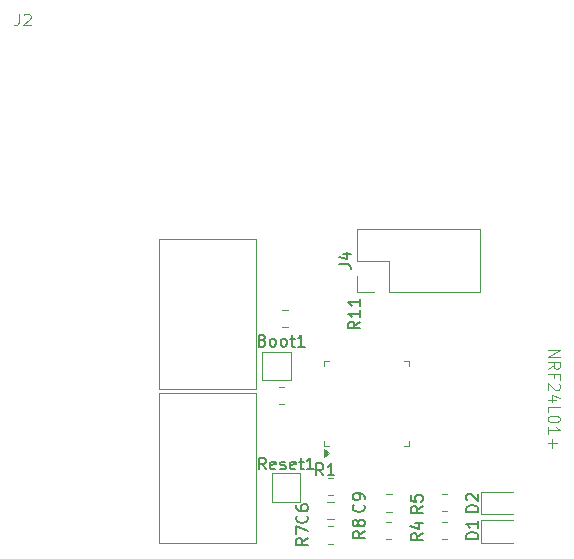
<source format=gbr>
%TF.GenerationSoftware,KiCad,Pcbnew,9.0.1*%
%TF.CreationDate,2025-08-08T13:48:55+02:00*%
%TF.ProjectId,ventilation,76656e74-696c-4617-9469-6f6e2e6b6963,rev?*%
%TF.SameCoordinates,Original*%
%TF.FileFunction,Legend,Top*%
%TF.FilePolarity,Positive*%
%FSLAX46Y46*%
G04 Gerber Fmt 4.6, Leading zero omitted, Abs format (unit mm)*
G04 Created by KiCad (PCBNEW 9.0.1) date 2025-08-08 13:48:55*
%MOMM*%
%LPD*%
G01*
G04 APERTURE LIST*
%ADD10C,0.150000*%
%ADD11C,0.100000*%
%ADD12C,0.120000*%
G04 APERTURE END LIST*
D10*
X166885713Y-94856819D02*
X166552380Y-94380628D01*
X166314285Y-94856819D02*
X166314285Y-93856819D01*
X166314285Y-93856819D02*
X166695237Y-93856819D01*
X166695237Y-93856819D02*
X166790475Y-93904438D01*
X166790475Y-93904438D02*
X166838094Y-93952057D01*
X166838094Y-93952057D02*
X166885713Y-94047295D01*
X166885713Y-94047295D02*
X166885713Y-94190152D01*
X166885713Y-94190152D02*
X166838094Y-94285390D01*
X166838094Y-94285390D02*
X166790475Y-94333009D01*
X166790475Y-94333009D02*
X166695237Y-94380628D01*
X166695237Y-94380628D02*
X166314285Y-94380628D01*
X167695237Y-94809200D02*
X167599999Y-94856819D01*
X167599999Y-94856819D02*
X167409523Y-94856819D01*
X167409523Y-94856819D02*
X167314285Y-94809200D01*
X167314285Y-94809200D02*
X167266666Y-94713961D01*
X167266666Y-94713961D02*
X167266666Y-94333009D01*
X167266666Y-94333009D02*
X167314285Y-94237771D01*
X167314285Y-94237771D02*
X167409523Y-94190152D01*
X167409523Y-94190152D02*
X167599999Y-94190152D01*
X167599999Y-94190152D02*
X167695237Y-94237771D01*
X167695237Y-94237771D02*
X167742856Y-94333009D01*
X167742856Y-94333009D02*
X167742856Y-94428247D01*
X167742856Y-94428247D02*
X167266666Y-94523485D01*
X168123809Y-94809200D02*
X168219047Y-94856819D01*
X168219047Y-94856819D02*
X168409523Y-94856819D01*
X168409523Y-94856819D02*
X168504761Y-94809200D01*
X168504761Y-94809200D02*
X168552380Y-94713961D01*
X168552380Y-94713961D02*
X168552380Y-94666342D01*
X168552380Y-94666342D02*
X168504761Y-94571104D01*
X168504761Y-94571104D02*
X168409523Y-94523485D01*
X168409523Y-94523485D02*
X168266666Y-94523485D01*
X168266666Y-94523485D02*
X168171428Y-94475866D01*
X168171428Y-94475866D02*
X168123809Y-94380628D01*
X168123809Y-94380628D02*
X168123809Y-94333009D01*
X168123809Y-94333009D02*
X168171428Y-94237771D01*
X168171428Y-94237771D02*
X168266666Y-94190152D01*
X168266666Y-94190152D02*
X168409523Y-94190152D01*
X168409523Y-94190152D02*
X168504761Y-94237771D01*
X169361904Y-94809200D02*
X169266666Y-94856819D01*
X169266666Y-94856819D02*
X169076190Y-94856819D01*
X169076190Y-94856819D02*
X168980952Y-94809200D01*
X168980952Y-94809200D02*
X168933333Y-94713961D01*
X168933333Y-94713961D02*
X168933333Y-94333009D01*
X168933333Y-94333009D02*
X168980952Y-94237771D01*
X168980952Y-94237771D02*
X169076190Y-94190152D01*
X169076190Y-94190152D02*
X169266666Y-94190152D01*
X169266666Y-94190152D02*
X169361904Y-94237771D01*
X169361904Y-94237771D02*
X169409523Y-94333009D01*
X169409523Y-94333009D02*
X169409523Y-94428247D01*
X169409523Y-94428247D02*
X168933333Y-94523485D01*
X169695238Y-94190152D02*
X170076190Y-94190152D01*
X169838095Y-93856819D02*
X169838095Y-94713961D01*
X169838095Y-94713961D02*
X169885714Y-94809200D01*
X169885714Y-94809200D02*
X169980952Y-94856819D01*
X169980952Y-94856819D02*
X170076190Y-94856819D01*
X170933333Y-94856819D02*
X170361905Y-94856819D01*
X170647619Y-94856819D02*
X170647619Y-93856819D01*
X170647619Y-93856819D02*
X170552381Y-93999676D01*
X170552381Y-93999676D02*
X170457143Y-94094914D01*
X170457143Y-94094914D02*
X170361905Y-94142533D01*
X173094819Y-77503333D02*
X173809104Y-77503333D01*
X173809104Y-77503333D02*
X173951961Y-77550952D01*
X173951961Y-77550952D02*
X174047200Y-77646190D01*
X174047200Y-77646190D02*
X174094819Y-77789047D01*
X174094819Y-77789047D02*
X174094819Y-77884285D01*
X173428152Y-76598571D02*
X174094819Y-76598571D01*
X173047200Y-76836666D02*
X173761485Y-77074761D01*
X173761485Y-77074761D02*
X173761485Y-76455714D01*
X166604761Y-83931009D02*
X166747618Y-83978628D01*
X166747618Y-83978628D02*
X166795237Y-84026247D01*
X166795237Y-84026247D02*
X166842856Y-84121485D01*
X166842856Y-84121485D02*
X166842856Y-84264342D01*
X166842856Y-84264342D02*
X166795237Y-84359580D01*
X166795237Y-84359580D02*
X166747618Y-84407200D01*
X166747618Y-84407200D02*
X166652380Y-84454819D01*
X166652380Y-84454819D02*
X166271428Y-84454819D01*
X166271428Y-84454819D02*
X166271428Y-83454819D01*
X166271428Y-83454819D02*
X166604761Y-83454819D01*
X166604761Y-83454819D02*
X166699999Y-83502438D01*
X166699999Y-83502438D02*
X166747618Y-83550057D01*
X166747618Y-83550057D02*
X166795237Y-83645295D01*
X166795237Y-83645295D02*
X166795237Y-83740533D01*
X166795237Y-83740533D02*
X166747618Y-83835771D01*
X166747618Y-83835771D02*
X166699999Y-83883390D01*
X166699999Y-83883390D02*
X166604761Y-83931009D01*
X166604761Y-83931009D02*
X166271428Y-83931009D01*
X167414285Y-84454819D02*
X167319047Y-84407200D01*
X167319047Y-84407200D02*
X167271428Y-84359580D01*
X167271428Y-84359580D02*
X167223809Y-84264342D01*
X167223809Y-84264342D02*
X167223809Y-83978628D01*
X167223809Y-83978628D02*
X167271428Y-83883390D01*
X167271428Y-83883390D02*
X167319047Y-83835771D01*
X167319047Y-83835771D02*
X167414285Y-83788152D01*
X167414285Y-83788152D02*
X167557142Y-83788152D01*
X167557142Y-83788152D02*
X167652380Y-83835771D01*
X167652380Y-83835771D02*
X167699999Y-83883390D01*
X167699999Y-83883390D02*
X167747618Y-83978628D01*
X167747618Y-83978628D02*
X167747618Y-84264342D01*
X167747618Y-84264342D02*
X167699999Y-84359580D01*
X167699999Y-84359580D02*
X167652380Y-84407200D01*
X167652380Y-84407200D02*
X167557142Y-84454819D01*
X167557142Y-84454819D02*
X167414285Y-84454819D01*
X168319047Y-84454819D02*
X168223809Y-84407200D01*
X168223809Y-84407200D02*
X168176190Y-84359580D01*
X168176190Y-84359580D02*
X168128571Y-84264342D01*
X168128571Y-84264342D02*
X168128571Y-83978628D01*
X168128571Y-83978628D02*
X168176190Y-83883390D01*
X168176190Y-83883390D02*
X168223809Y-83835771D01*
X168223809Y-83835771D02*
X168319047Y-83788152D01*
X168319047Y-83788152D02*
X168461904Y-83788152D01*
X168461904Y-83788152D02*
X168557142Y-83835771D01*
X168557142Y-83835771D02*
X168604761Y-83883390D01*
X168604761Y-83883390D02*
X168652380Y-83978628D01*
X168652380Y-83978628D02*
X168652380Y-84264342D01*
X168652380Y-84264342D02*
X168604761Y-84359580D01*
X168604761Y-84359580D02*
X168557142Y-84407200D01*
X168557142Y-84407200D02*
X168461904Y-84454819D01*
X168461904Y-84454819D02*
X168319047Y-84454819D01*
X168938095Y-83788152D02*
X169319047Y-83788152D01*
X169080952Y-83454819D02*
X169080952Y-84311961D01*
X169080952Y-84311961D02*
X169128571Y-84407200D01*
X169128571Y-84407200D02*
X169223809Y-84454819D01*
X169223809Y-84454819D02*
X169319047Y-84454819D01*
X170176190Y-84454819D02*
X169604762Y-84454819D01*
X169890476Y-84454819D02*
X169890476Y-83454819D01*
X169890476Y-83454819D02*
X169795238Y-83597676D01*
X169795238Y-83597676D02*
X169700000Y-83692914D01*
X169700000Y-83692914D02*
X169604762Y-83740533D01*
X180154819Y-97966666D02*
X179678628Y-98299999D01*
X180154819Y-98538094D02*
X179154819Y-98538094D01*
X179154819Y-98538094D02*
X179154819Y-98157142D01*
X179154819Y-98157142D02*
X179202438Y-98061904D01*
X179202438Y-98061904D02*
X179250057Y-98014285D01*
X179250057Y-98014285D02*
X179345295Y-97966666D01*
X179345295Y-97966666D02*
X179488152Y-97966666D01*
X179488152Y-97966666D02*
X179583390Y-98014285D01*
X179583390Y-98014285D02*
X179631009Y-98061904D01*
X179631009Y-98061904D02*
X179678628Y-98157142D01*
X179678628Y-98157142D02*
X179678628Y-98538094D01*
X179154819Y-97061904D02*
X179154819Y-97538094D01*
X179154819Y-97538094D02*
X179631009Y-97585713D01*
X179631009Y-97585713D02*
X179583390Y-97538094D01*
X179583390Y-97538094D02*
X179535771Y-97442856D01*
X179535771Y-97442856D02*
X179535771Y-97204761D01*
X179535771Y-97204761D02*
X179583390Y-97109523D01*
X179583390Y-97109523D02*
X179631009Y-97061904D01*
X179631009Y-97061904D02*
X179726247Y-97014285D01*
X179726247Y-97014285D02*
X179964342Y-97014285D01*
X179964342Y-97014285D02*
X180059580Y-97061904D01*
X180059580Y-97061904D02*
X180107200Y-97109523D01*
X180107200Y-97109523D02*
X180154819Y-97204761D01*
X180154819Y-97204761D02*
X180154819Y-97442856D01*
X180154819Y-97442856D02*
X180107200Y-97538094D01*
X180107200Y-97538094D02*
X180059580Y-97585713D01*
X184854819Y-98438094D02*
X183854819Y-98438094D01*
X183854819Y-98438094D02*
X183854819Y-98199999D01*
X183854819Y-98199999D02*
X183902438Y-98057142D01*
X183902438Y-98057142D02*
X183997676Y-97961904D01*
X183997676Y-97961904D02*
X184092914Y-97914285D01*
X184092914Y-97914285D02*
X184283390Y-97866666D01*
X184283390Y-97866666D02*
X184426247Y-97866666D01*
X184426247Y-97866666D02*
X184616723Y-97914285D01*
X184616723Y-97914285D02*
X184711961Y-97961904D01*
X184711961Y-97961904D02*
X184807200Y-98057142D01*
X184807200Y-98057142D02*
X184854819Y-98199999D01*
X184854819Y-98199999D02*
X184854819Y-98438094D01*
X183950057Y-97485713D02*
X183902438Y-97438094D01*
X183902438Y-97438094D02*
X183854819Y-97342856D01*
X183854819Y-97342856D02*
X183854819Y-97104761D01*
X183854819Y-97104761D02*
X183902438Y-97009523D01*
X183902438Y-97009523D02*
X183950057Y-96961904D01*
X183950057Y-96961904D02*
X184045295Y-96914285D01*
X184045295Y-96914285D02*
X184140533Y-96914285D01*
X184140533Y-96914285D02*
X184283390Y-96961904D01*
X184283390Y-96961904D02*
X184854819Y-97533332D01*
X184854819Y-97533332D02*
X184854819Y-96914285D01*
X170454819Y-100666666D02*
X169978628Y-100999999D01*
X170454819Y-101238094D02*
X169454819Y-101238094D01*
X169454819Y-101238094D02*
X169454819Y-100857142D01*
X169454819Y-100857142D02*
X169502438Y-100761904D01*
X169502438Y-100761904D02*
X169550057Y-100714285D01*
X169550057Y-100714285D02*
X169645295Y-100666666D01*
X169645295Y-100666666D02*
X169788152Y-100666666D01*
X169788152Y-100666666D02*
X169883390Y-100714285D01*
X169883390Y-100714285D02*
X169931009Y-100761904D01*
X169931009Y-100761904D02*
X169978628Y-100857142D01*
X169978628Y-100857142D02*
X169978628Y-101238094D01*
X169454819Y-100333332D02*
X169454819Y-99666666D01*
X169454819Y-99666666D02*
X170454819Y-100095237D01*
X175159580Y-97831666D02*
X175207200Y-97879285D01*
X175207200Y-97879285D02*
X175254819Y-98022142D01*
X175254819Y-98022142D02*
X175254819Y-98117380D01*
X175254819Y-98117380D02*
X175207200Y-98260237D01*
X175207200Y-98260237D02*
X175111961Y-98355475D01*
X175111961Y-98355475D02*
X175016723Y-98403094D01*
X175016723Y-98403094D02*
X174826247Y-98450713D01*
X174826247Y-98450713D02*
X174683390Y-98450713D01*
X174683390Y-98450713D02*
X174492914Y-98403094D01*
X174492914Y-98403094D02*
X174397676Y-98355475D01*
X174397676Y-98355475D02*
X174302438Y-98260237D01*
X174302438Y-98260237D02*
X174254819Y-98117380D01*
X174254819Y-98117380D02*
X174254819Y-98022142D01*
X174254819Y-98022142D02*
X174302438Y-97879285D01*
X174302438Y-97879285D02*
X174350057Y-97831666D01*
X175254819Y-97355475D02*
X175254819Y-97164999D01*
X175254819Y-97164999D02*
X175207200Y-97069761D01*
X175207200Y-97069761D02*
X175159580Y-97022142D01*
X175159580Y-97022142D02*
X175016723Y-96926904D01*
X175016723Y-96926904D02*
X174826247Y-96879285D01*
X174826247Y-96879285D02*
X174445295Y-96879285D01*
X174445295Y-96879285D02*
X174350057Y-96926904D01*
X174350057Y-96926904D02*
X174302438Y-96974523D01*
X174302438Y-96974523D02*
X174254819Y-97069761D01*
X174254819Y-97069761D02*
X174254819Y-97260237D01*
X174254819Y-97260237D02*
X174302438Y-97355475D01*
X174302438Y-97355475D02*
X174350057Y-97403094D01*
X174350057Y-97403094D02*
X174445295Y-97450713D01*
X174445295Y-97450713D02*
X174683390Y-97450713D01*
X174683390Y-97450713D02*
X174778628Y-97403094D01*
X174778628Y-97403094D02*
X174826247Y-97355475D01*
X174826247Y-97355475D02*
X174873866Y-97260237D01*
X174873866Y-97260237D02*
X174873866Y-97069761D01*
X174873866Y-97069761D02*
X174826247Y-96974523D01*
X174826247Y-96974523D02*
X174778628Y-96926904D01*
X174778628Y-96926904D02*
X174683390Y-96879285D01*
X184854819Y-100738094D02*
X183854819Y-100738094D01*
X183854819Y-100738094D02*
X183854819Y-100499999D01*
X183854819Y-100499999D02*
X183902438Y-100357142D01*
X183902438Y-100357142D02*
X183997676Y-100261904D01*
X183997676Y-100261904D02*
X184092914Y-100214285D01*
X184092914Y-100214285D02*
X184283390Y-100166666D01*
X184283390Y-100166666D02*
X184426247Y-100166666D01*
X184426247Y-100166666D02*
X184616723Y-100214285D01*
X184616723Y-100214285D02*
X184711961Y-100261904D01*
X184711961Y-100261904D02*
X184807200Y-100357142D01*
X184807200Y-100357142D02*
X184854819Y-100499999D01*
X184854819Y-100499999D02*
X184854819Y-100738094D01*
X184854819Y-99214285D02*
X184854819Y-99785713D01*
X184854819Y-99499999D02*
X183854819Y-99499999D01*
X183854819Y-99499999D02*
X183997676Y-99595237D01*
X183997676Y-99595237D02*
X184092914Y-99690475D01*
X184092914Y-99690475D02*
X184140533Y-99785713D01*
X175254819Y-100066666D02*
X174778628Y-100399999D01*
X175254819Y-100638094D02*
X174254819Y-100638094D01*
X174254819Y-100638094D02*
X174254819Y-100257142D01*
X174254819Y-100257142D02*
X174302438Y-100161904D01*
X174302438Y-100161904D02*
X174350057Y-100114285D01*
X174350057Y-100114285D02*
X174445295Y-100066666D01*
X174445295Y-100066666D02*
X174588152Y-100066666D01*
X174588152Y-100066666D02*
X174683390Y-100114285D01*
X174683390Y-100114285D02*
X174731009Y-100161904D01*
X174731009Y-100161904D02*
X174778628Y-100257142D01*
X174778628Y-100257142D02*
X174778628Y-100638094D01*
X174683390Y-99495237D02*
X174635771Y-99590475D01*
X174635771Y-99590475D02*
X174588152Y-99638094D01*
X174588152Y-99638094D02*
X174492914Y-99685713D01*
X174492914Y-99685713D02*
X174445295Y-99685713D01*
X174445295Y-99685713D02*
X174350057Y-99638094D01*
X174350057Y-99638094D02*
X174302438Y-99590475D01*
X174302438Y-99590475D02*
X174254819Y-99495237D01*
X174254819Y-99495237D02*
X174254819Y-99304761D01*
X174254819Y-99304761D02*
X174302438Y-99209523D01*
X174302438Y-99209523D02*
X174350057Y-99161904D01*
X174350057Y-99161904D02*
X174445295Y-99114285D01*
X174445295Y-99114285D02*
X174492914Y-99114285D01*
X174492914Y-99114285D02*
X174588152Y-99161904D01*
X174588152Y-99161904D02*
X174635771Y-99209523D01*
X174635771Y-99209523D02*
X174683390Y-99304761D01*
X174683390Y-99304761D02*
X174683390Y-99495237D01*
X174683390Y-99495237D02*
X174731009Y-99590475D01*
X174731009Y-99590475D02*
X174778628Y-99638094D01*
X174778628Y-99638094D02*
X174873866Y-99685713D01*
X174873866Y-99685713D02*
X175064342Y-99685713D01*
X175064342Y-99685713D02*
X175159580Y-99638094D01*
X175159580Y-99638094D02*
X175207200Y-99590475D01*
X175207200Y-99590475D02*
X175254819Y-99495237D01*
X175254819Y-99495237D02*
X175254819Y-99304761D01*
X175254819Y-99304761D02*
X175207200Y-99209523D01*
X175207200Y-99209523D02*
X175159580Y-99161904D01*
X175159580Y-99161904D02*
X175064342Y-99114285D01*
X175064342Y-99114285D02*
X174873866Y-99114285D01*
X174873866Y-99114285D02*
X174778628Y-99161904D01*
X174778628Y-99161904D02*
X174731009Y-99209523D01*
X174731009Y-99209523D02*
X174683390Y-99304761D01*
X171733333Y-95354819D02*
X171400000Y-94878628D01*
X171161905Y-95354819D02*
X171161905Y-94354819D01*
X171161905Y-94354819D02*
X171542857Y-94354819D01*
X171542857Y-94354819D02*
X171638095Y-94402438D01*
X171638095Y-94402438D02*
X171685714Y-94450057D01*
X171685714Y-94450057D02*
X171733333Y-94545295D01*
X171733333Y-94545295D02*
X171733333Y-94688152D01*
X171733333Y-94688152D02*
X171685714Y-94783390D01*
X171685714Y-94783390D02*
X171638095Y-94831009D01*
X171638095Y-94831009D02*
X171542857Y-94878628D01*
X171542857Y-94878628D02*
X171161905Y-94878628D01*
X172685714Y-95354819D02*
X172114286Y-95354819D01*
X172400000Y-95354819D02*
X172400000Y-94354819D01*
X172400000Y-94354819D02*
X172304762Y-94497676D01*
X172304762Y-94497676D02*
X172209524Y-94592914D01*
X172209524Y-94592914D02*
X172114286Y-94640533D01*
D11*
X145966666Y-56257419D02*
X145966666Y-56971704D01*
X145966666Y-56971704D02*
X145919047Y-57114561D01*
X145919047Y-57114561D02*
X145823809Y-57209800D01*
X145823809Y-57209800D02*
X145680952Y-57257419D01*
X145680952Y-57257419D02*
X145585714Y-57257419D01*
X146395238Y-56352657D02*
X146442857Y-56305038D01*
X146442857Y-56305038D02*
X146538095Y-56257419D01*
X146538095Y-56257419D02*
X146776190Y-56257419D01*
X146776190Y-56257419D02*
X146871428Y-56305038D01*
X146871428Y-56305038D02*
X146919047Y-56352657D01*
X146919047Y-56352657D02*
X146966666Y-56447895D01*
X146966666Y-56447895D02*
X146966666Y-56543133D01*
X146966666Y-56543133D02*
X146919047Y-56685990D01*
X146919047Y-56685990D02*
X146347619Y-57257419D01*
X146347619Y-57257419D02*
X146966666Y-57257419D01*
D10*
X170359580Y-98766666D02*
X170407200Y-98814285D01*
X170407200Y-98814285D02*
X170454819Y-98957142D01*
X170454819Y-98957142D02*
X170454819Y-99052380D01*
X170454819Y-99052380D02*
X170407200Y-99195237D01*
X170407200Y-99195237D02*
X170311961Y-99290475D01*
X170311961Y-99290475D02*
X170216723Y-99338094D01*
X170216723Y-99338094D02*
X170026247Y-99385713D01*
X170026247Y-99385713D02*
X169883390Y-99385713D01*
X169883390Y-99385713D02*
X169692914Y-99338094D01*
X169692914Y-99338094D02*
X169597676Y-99290475D01*
X169597676Y-99290475D02*
X169502438Y-99195237D01*
X169502438Y-99195237D02*
X169454819Y-99052380D01*
X169454819Y-99052380D02*
X169454819Y-98957142D01*
X169454819Y-98957142D02*
X169502438Y-98814285D01*
X169502438Y-98814285D02*
X169550057Y-98766666D01*
X169454819Y-97909523D02*
X169454819Y-98099999D01*
X169454819Y-98099999D02*
X169502438Y-98195237D01*
X169502438Y-98195237D02*
X169550057Y-98242856D01*
X169550057Y-98242856D02*
X169692914Y-98338094D01*
X169692914Y-98338094D02*
X169883390Y-98385713D01*
X169883390Y-98385713D02*
X170264342Y-98385713D01*
X170264342Y-98385713D02*
X170359580Y-98338094D01*
X170359580Y-98338094D02*
X170407200Y-98290475D01*
X170407200Y-98290475D02*
X170454819Y-98195237D01*
X170454819Y-98195237D02*
X170454819Y-98004761D01*
X170454819Y-98004761D02*
X170407200Y-97909523D01*
X170407200Y-97909523D02*
X170359580Y-97861904D01*
X170359580Y-97861904D02*
X170264342Y-97814285D01*
X170264342Y-97814285D02*
X170026247Y-97814285D01*
X170026247Y-97814285D02*
X169931009Y-97861904D01*
X169931009Y-97861904D02*
X169883390Y-97909523D01*
X169883390Y-97909523D02*
X169835771Y-98004761D01*
X169835771Y-98004761D02*
X169835771Y-98195237D01*
X169835771Y-98195237D02*
X169883390Y-98290475D01*
X169883390Y-98290475D02*
X169931009Y-98338094D01*
X169931009Y-98338094D02*
X170026247Y-98385713D01*
D11*
X190767580Y-84733884D02*
X191767580Y-84733884D01*
X191767580Y-84733884D02*
X190767580Y-85305312D01*
X190767580Y-85305312D02*
X191767580Y-85305312D01*
X190767580Y-86352931D02*
X191243771Y-86019598D01*
X190767580Y-85781503D02*
X191767580Y-85781503D01*
X191767580Y-85781503D02*
X191767580Y-86162455D01*
X191767580Y-86162455D02*
X191719961Y-86257693D01*
X191719961Y-86257693D02*
X191672342Y-86305312D01*
X191672342Y-86305312D02*
X191577104Y-86352931D01*
X191577104Y-86352931D02*
X191434247Y-86352931D01*
X191434247Y-86352931D02*
X191339009Y-86305312D01*
X191339009Y-86305312D02*
X191291390Y-86257693D01*
X191291390Y-86257693D02*
X191243771Y-86162455D01*
X191243771Y-86162455D02*
X191243771Y-85781503D01*
X191291390Y-87114836D02*
X191291390Y-86781503D01*
X190767580Y-86781503D02*
X191767580Y-86781503D01*
X191767580Y-86781503D02*
X191767580Y-87257693D01*
X191672342Y-87591027D02*
X191719961Y-87638646D01*
X191719961Y-87638646D02*
X191767580Y-87733884D01*
X191767580Y-87733884D02*
X191767580Y-87971979D01*
X191767580Y-87971979D02*
X191719961Y-88067217D01*
X191719961Y-88067217D02*
X191672342Y-88114836D01*
X191672342Y-88114836D02*
X191577104Y-88162455D01*
X191577104Y-88162455D02*
X191481866Y-88162455D01*
X191481866Y-88162455D02*
X191339009Y-88114836D01*
X191339009Y-88114836D02*
X190767580Y-87543408D01*
X190767580Y-87543408D02*
X190767580Y-88162455D01*
X191434247Y-89019598D02*
X190767580Y-89019598D01*
X191815200Y-88781503D02*
X191100914Y-88543408D01*
X191100914Y-88543408D02*
X191100914Y-89162455D01*
X190767580Y-90019598D02*
X190767580Y-89543408D01*
X190767580Y-89543408D02*
X191767580Y-89543408D01*
X191767580Y-90543408D02*
X191767580Y-90638646D01*
X191767580Y-90638646D02*
X191719961Y-90733884D01*
X191719961Y-90733884D02*
X191672342Y-90781503D01*
X191672342Y-90781503D02*
X191577104Y-90829122D01*
X191577104Y-90829122D02*
X191386628Y-90876741D01*
X191386628Y-90876741D02*
X191148533Y-90876741D01*
X191148533Y-90876741D02*
X190958057Y-90829122D01*
X190958057Y-90829122D02*
X190862819Y-90781503D01*
X190862819Y-90781503D02*
X190815200Y-90733884D01*
X190815200Y-90733884D02*
X190767580Y-90638646D01*
X190767580Y-90638646D02*
X190767580Y-90543408D01*
X190767580Y-90543408D02*
X190815200Y-90448170D01*
X190815200Y-90448170D02*
X190862819Y-90400551D01*
X190862819Y-90400551D02*
X190958057Y-90352932D01*
X190958057Y-90352932D02*
X191148533Y-90305313D01*
X191148533Y-90305313D02*
X191386628Y-90305313D01*
X191386628Y-90305313D02*
X191577104Y-90352932D01*
X191577104Y-90352932D02*
X191672342Y-90400551D01*
X191672342Y-90400551D02*
X191719961Y-90448170D01*
X191719961Y-90448170D02*
X191767580Y-90543408D01*
X190767580Y-91829122D02*
X190767580Y-91257694D01*
X190767580Y-91543408D02*
X191767580Y-91543408D01*
X191767580Y-91543408D02*
X191624723Y-91448170D01*
X191624723Y-91448170D02*
X191529485Y-91352932D01*
X191529485Y-91352932D02*
X191481866Y-91257694D01*
X191148533Y-92257694D02*
X191148533Y-93019599D01*
X190767580Y-92638646D02*
X191529485Y-92638646D01*
D10*
X180154819Y-100266666D02*
X179678628Y-100599999D01*
X180154819Y-100838094D02*
X179154819Y-100838094D01*
X179154819Y-100838094D02*
X179154819Y-100457142D01*
X179154819Y-100457142D02*
X179202438Y-100361904D01*
X179202438Y-100361904D02*
X179250057Y-100314285D01*
X179250057Y-100314285D02*
X179345295Y-100266666D01*
X179345295Y-100266666D02*
X179488152Y-100266666D01*
X179488152Y-100266666D02*
X179583390Y-100314285D01*
X179583390Y-100314285D02*
X179631009Y-100361904D01*
X179631009Y-100361904D02*
X179678628Y-100457142D01*
X179678628Y-100457142D02*
X179678628Y-100838094D01*
X179488152Y-99409523D02*
X180154819Y-99409523D01*
X179107200Y-99647618D02*
X179821485Y-99885713D01*
X179821485Y-99885713D02*
X179821485Y-99266666D01*
X174867319Y-82342857D02*
X174391128Y-82676190D01*
X174867319Y-82914285D02*
X173867319Y-82914285D01*
X173867319Y-82914285D02*
X173867319Y-82533333D01*
X173867319Y-82533333D02*
X173914938Y-82438095D01*
X173914938Y-82438095D02*
X173962557Y-82390476D01*
X173962557Y-82390476D02*
X174057795Y-82342857D01*
X174057795Y-82342857D02*
X174200652Y-82342857D01*
X174200652Y-82342857D02*
X174295890Y-82390476D01*
X174295890Y-82390476D02*
X174343509Y-82438095D01*
X174343509Y-82438095D02*
X174391128Y-82533333D01*
X174391128Y-82533333D02*
X174391128Y-82914285D01*
X174867319Y-81390476D02*
X174867319Y-81961904D01*
X174867319Y-81676190D02*
X173867319Y-81676190D01*
X173867319Y-81676190D02*
X174010176Y-81771428D01*
X174010176Y-81771428D02*
X174105414Y-81866666D01*
X174105414Y-81866666D02*
X174153033Y-81961904D01*
X174867319Y-80438095D02*
X174867319Y-81009523D01*
X174867319Y-80723809D02*
X173867319Y-80723809D01*
X173867319Y-80723809D02*
X174010176Y-80819047D01*
X174010176Y-80819047D02*
X174105414Y-80914285D01*
X174105414Y-80914285D02*
X174153033Y-81009523D01*
D12*
%TO.C,Reset1*%
X167400000Y-95200000D02*
X169800000Y-95200000D01*
X167400000Y-97600000D02*
X167400000Y-95200000D01*
X169800000Y-95200000D02*
X169800000Y-97600000D01*
X169800000Y-97600000D02*
X167400000Y-97600000D01*
%TO.C,J4*%
X174640000Y-79820000D02*
X174640000Y-78440000D01*
X176020000Y-79820000D02*
X174640000Y-79820000D01*
X177290000Y-79820000D02*
X185020000Y-79820000D01*
X177290000Y-79820000D02*
X177290000Y-77170000D01*
X185020000Y-79820000D02*
X185020000Y-74520000D01*
X174640000Y-77170000D02*
X174640000Y-74520000D01*
X177290000Y-77170000D02*
X174640000Y-77170000D01*
X174640000Y-74520000D02*
X185020000Y-74520000D01*
%TO.C,Boot1*%
X166600000Y-84900000D02*
X169000000Y-84900000D01*
X166600000Y-87300000D02*
X166600000Y-84900000D01*
X169000000Y-84900000D02*
X169000000Y-87300000D01*
X169000000Y-87300000D02*
X166600000Y-87300000D01*
%TO.C,R5*%
X182227064Y-96920000D02*
X181772936Y-96920000D01*
X182227064Y-98390000D02*
X181772936Y-98390000D01*
%TO.C,D2*%
X185115000Y-96740000D02*
X185115000Y-98660000D01*
X185115000Y-98660000D02*
X187800000Y-98660000D01*
X187800000Y-96740000D02*
X185115000Y-96740000D01*
%TO.C,R7*%
X172607064Y-99665000D02*
X172152936Y-99665000D01*
X172607064Y-101135000D02*
X172152936Y-101135000D01*
%TO.C,C9*%
X177561252Y-96950000D02*
X177038748Y-96950000D01*
X177561252Y-98420000D02*
X177038748Y-98420000D01*
%TO.C,D1*%
X185115000Y-99125000D02*
X185115000Y-101045000D01*
X185115000Y-101045000D02*
X187800000Y-101045000D01*
X187800000Y-99125000D02*
X185115000Y-99125000D01*
%TO.C,R8*%
X177514564Y-99305000D02*
X177060436Y-99305000D01*
X177514564Y-100775000D02*
X177060436Y-100775000D01*
%TO.C,R1*%
X172607064Y-95565000D02*
X172152936Y-95565000D01*
X172607064Y-97035000D02*
X172152936Y-97035000D01*
%TO.C,J2*%
D11*
X157815000Y-75340000D02*
X166070000Y-75340000D01*
X166070000Y-88040000D01*
X157815000Y-88040000D01*
X157815000Y-75340000D01*
D12*
%TO.C,C6*%
X172098748Y-97615000D02*
X172621252Y-97615000D01*
X172098748Y-99085000D02*
X172621252Y-99085000D01*
%TO.C,R4*%
X182227064Y-99305000D02*
X181772936Y-99305000D01*
X182227064Y-100775000D02*
X181772936Y-100775000D01*
%TO.C,R2*%
X168427064Y-89335000D02*
X167972936Y-89335000D01*
X168427064Y-87865000D02*
X167972936Y-87865000D01*
%TO.C,U1*%
X171790000Y-85690000D02*
X172240000Y-85690000D01*
X171790000Y-86140000D02*
X171790000Y-85690000D01*
X171790000Y-92460000D02*
X171790000Y-92910000D01*
X171790000Y-92910000D02*
X172240000Y-92910000D01*
X179010000Y-85690000D02*
X178560000Y-85690000D01*
X179010000Y-86140000D02*
X179010000Y-85690000D01*
X179010000Y-92460000D02*
X179010000Y-92910000D01*
X179010000Y-92910000D02*
X178560000Y-92910000D01*
X172240000Y-93500000D02*
X171770000Y-93840000D01*
X171770000Y-93160000D01*
X172240000Y-93500000D01*
G36*
X172240000Y-93500000D02*
G01*
X171770000Y-93840000D01*
X171770000Y-93160000D01*
X172240000Y-93500000D01*
G37*
%TO.C,R11*%
X168272936Y-82835000D02*
X168727064Y-82835000D01*
X168272936Y-81365000D02*
X168727064Y-81365000D01*
%TO.C,J3*%
D11*
X157815000Y-88350000D02*
X166070000Y-88350000D01*
X166070000Y-101050000D01*
X157815000Y-101050000D01*
X157815000Y-88350000D01*
%TD*%
M02*

</source>
